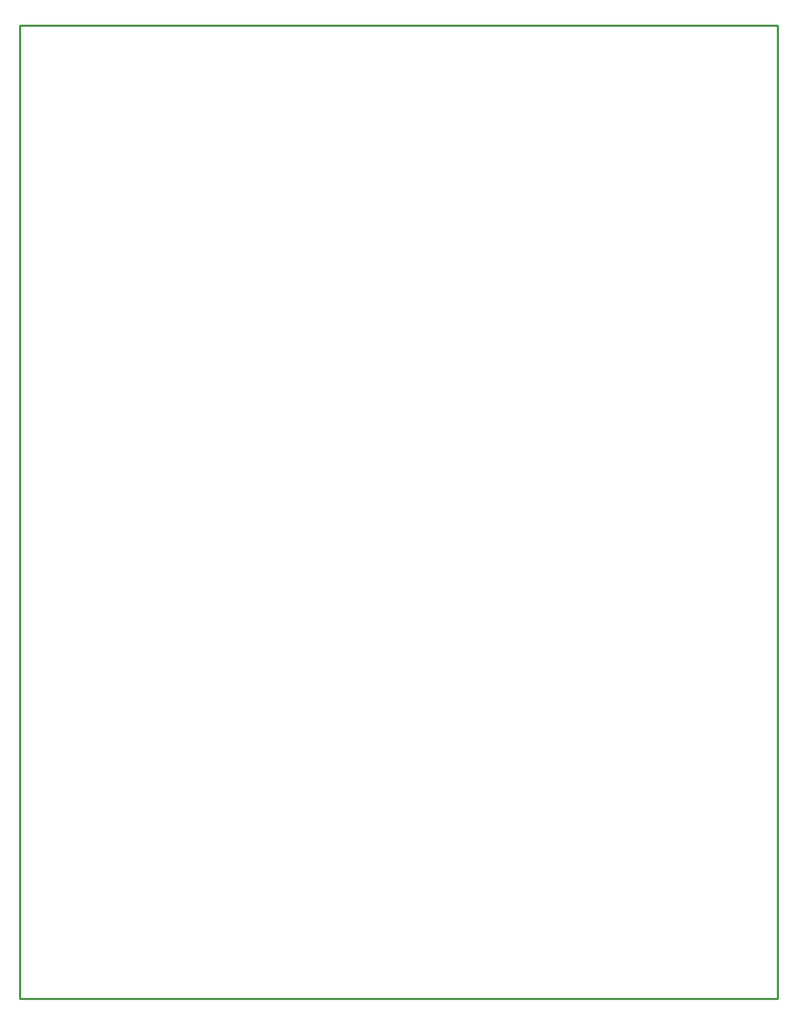
<source format=gbp>
G04*
G04 #@! TF.GenerationSoftware,Altium Limited,Altium Designer,22.1.2 (22)*
G04*
G04 Layer_Color=128*
%FSLAX25Y25*%
%MOIN*%
G70*
G04*
G04 #@! TF.SameCoordinates,1FBEEAC3-0BD1-4FD0-85FF-EBB5E8CC558E*
G04*
G04*
G04 #@! TF.FilePolarity,Positive*
G04*
G01*
G75*
%ADD12C,0.01000*%
D12*
X358268Y460000D02*
X358268Y0D01*
X0D02*
X358268D01*
X-0Y460000D02*
X0Y0D01*
Y460000D02*
X358268D01*
M02*

</source>
